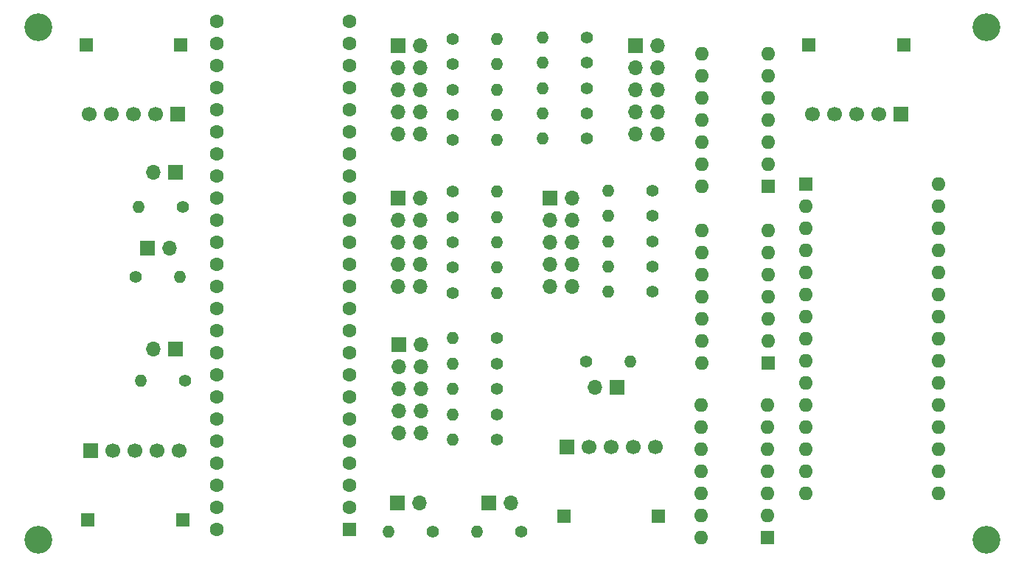
<source format=gts>
%TF.GenerationSoftware,KiCad,Pcbnew,(6.0.7)*%
%TF.CreationDate,2023-02-14T14:51:16+01:00*%
%TF.ProjectId,pulseGenerator,70756c73-6547-4656-9e65-7261746f722e,rev?*%
%TF.SameCoordinates,Original*%
%TF.FileFunction,Soldermask,Top*%
%TF.FilePolarity,Negative*%
%FSLAX46Y46*%
G04 Gerber Fmt 4.6, Leading zero omitted, Abs format (unit mm)*
G04 Created by KiCad (PCBNEW (6.0.7)) date 2023-02-14 14:51:17*
%MOMM*%
%LPD*%
G01*
G04 APERTURE LIST*
%ADD10C,1.400000*%
%ADD11O,1.400000X1.400000*%
%ADD12R,1.700000X1.700000*%
%ADD13O,1.700000X1.700000*%
%ADD14C,1.700000*%
%ADD15R,1.524000X1.524000*%
%ADD16R,1.600000X1.600000*%
%ADD17C,1.600000*%
%ADD18C,3.200000*%
%ADD19O,1.600000X1.600000*%
G04 APERTURE END LIST*
D10*
X-575540000Y-80000000D03*
D11*
X-570460000Y-80000000D03*
D12*
X-574240500Y-76763300D03*
D13*
X-571700500Y-76763300D03*
D12*
X-520250000Y-92750000D03*
D13*
X-522790000Y-92750000D03*
D10*
X-534056900Y-95842400D03*
D11*
X-539136900Y-95842400D03*
D12*
X-570748000Y-61310000D03*
D14*
X-573288000Y-61310000D03*
X-575828000Y-61310000D03*
X-578368000Y-61310000D03*
X-580908000Y-61310000D03*
D15*
X-570378000Y-53340000D03*
X-581278000Y-53340000D03*
D10*
X-523710000Y-64150000D03*
D11*
X-528790000Y-64150000D03*
D16*
X-551000000Y-109088800D03*
D17*
X-551000000Y-106548800D03*
X-551000000Y-104008800D03*
X-551000000Y-101468800D03*
X-551000000Y-98928800D03*
X-551000000Y-96388800D03*
X-551000000Y-93848800D03*
X-551000000Y-91308800D03*
X-551000000Y-88768800D03*
X-551000000Y-86228800D03*
X-551000000Y-83688800D03*
X-551000000Y-81148800D03*
X-551000000Y-78608800D03*
X-551000000Y-76068800D03*
X-551000000Y-73528800D03*
X-551000000Y-70988800D03*
X-551000000Y-68448800D03*
X-551000000Y-65908800D03*
X-551000000Y-63368800D03*
X-551000000Y-60828800D03*
X-551000000Y-58288800D03*
X-551000000Y-55748800D03*
X-551000000Y-53208800D03*
X-551000000Y-50668800D03*
X-566240000Y-50668800D03*
X-566240000Y-53208800D03*
X-566240000Y-55748800D03*
X-566240000Y-58288800D03*
X-566240000Y-60828800D03*
X-566240000Y-63368800D03*
X-566240000Y-65908800D03*
X-566240000Y-68448800D03*
X-566240000Y-70988800D03*
X-566240000Y-73528800D03*
X-566240000Y-76068800D03*
X-566240000Y-78608800D03*
X-566240000Y-81148800D03*
X-566240000Y-83688800D03*
X-566240000Y-86228800D03*
X-566240000Y-88768800D03*
X-566240000Y-91308800D03*
X-566240000Y-93848800D03*
X-566240000Y-96388800D03*
X-566240000Y-98928800D03*
X-566240000Y-101468800D03*
X-566240000Y-104008800D03*
X-566240000Y-106548800D03*
X-566240000Y-109088800D03*
D10*
X-539124200Y-58495600D03*
D11*
X-534044200Y-58495600D03*
D18*
X-586740000Y-51308000D03*
D16*
X-502948000Y-69606000D03*
D19*
X-502948000Y-67066000D03*
X-502948000Y-64526000D03*
X-502948000Y-61986000D03*
X-502948000Y-59446000D03*
X-502948000Y-56906000D03*
X-502948000Y-54366000D03*
X-510568000Y-54366000D03*
X-510568000Y-56906000D03*
X-510568000Y-59446000D03*
X-510568000Y-61986000D03*
X-510568000Y-64526000D03*
X-510568000Y-67066000D03*
X-510568000Y-69606000D03*
D18*
X-477896000Y-51313000D03*
D10*
X-534056900Y-98754900D03*
D11*
X-539136900Y-98754900D03*
D10*
X-534056900Y-90017400D03*
D11*
X-539136900Y-90017400D03*
D12*
X-518124200Y-53420600D03*
D13*
X-515584200Y-53420600D03*
X-518124200Y-55960600D03*
X-515584200Y-55960600D03*
X-518124200Y-58500600D03*
X-515584200Y-58500600D03*
X-518124200Y-61040600D03*
X-515584200Y-61040600D03*
X-518124200Y-63580600D03*
X-515584200Y-63580600D03*
D10*
X-539136900Y-81881300D03*
D11*
X-534056900Y-81881300D03*
D18*
X-477896000Y-110241000D03*
D10*
X-534056900Y-87104900D03*
D11*
X-539136900Y-87104900D03*
D10*
X-516224000Y-81763100D03*
D11*
X-521304000Y-81763100D03*
D12*
X-545399200Y-53420600D03*
D13*
X-542859200Y-53420600D03*
X-545399200Y-55960600D03*
X-542859200Y-55960600D03*
X-545399200Y-58500600D03*
X-542859200Y-58500600D03*
X-545399200Y-61040600D03*
X-542859200Y-61040600D03*
X-545399200Y-63580600D03*
X-542859200Y-63580600D03*
D10*
X-570104800Y-72000000D03*
D11*
X-575184800Y-72000000D03*
D12*
X-570986800Y-88329100D03*
D13*
X-573526800Y-88329100D03*
D12*
X-545411900Y-70981300D03*
D13*
X-542871900Y-70981300D03*
X-545411900Y-73521300D03*
X-542871900Y-73521300D03*
X-545411900Y-76061300D03*
X-542871900Y-76061300D03*
X-545411900Y-78601300D03*
X-542871900Y-78601300D03*
X-545411900Y-81141300D03*
X-542871900Y-81141300D03*
D10*
X-539136900Y-73143800D03*
D11*
X-534056900Y-73143800D03*
D10*
X-516224000Y-73025600D03*
D11*
X-521304000Y-73025600D03*
D12*
X-580709900Y-100033400D03*
D14*
X-578169900Y-100033400D03*
X-575629900Y-100033400D03*
X-573089900Y-100033400D03*
X-570549900Y-100033400D03*
D15*
X-581079900Y-108003400D03*
X-570179900Y-108003400D03*
D10*
X-516224000Y-78850600D03*
D11*
X-521304000Y-78850600D03*
D10*
X-539136900Y-76056300D03*
D11*
X-534056900Y-76056300D03*
D10*
X-539124200Y-61408100D03*
D11*
X-534044200Y-61408100D03*
D10*
X-516224000Y-70113100D03*
D11*
X-521304000Y-70113100D03*
D10*
X-534056900Y-92929900D03*
D11*
X-539136900Y-92929900D03*
D10*
X-523710000Y-58325000D03*
D11*
X-528790000Y-58325000D03*
D12*
X-545343800Y-87854900D03*
D13*
X-542803800Y-87854900D03*
X-545343800Y-90394900D03*
X-542803800Y-90394900D03*
X-545343800Y-92934900D03*
X-542803800Y-92934900D03*
X-545343800Y-95474900D03*
X-542803800Y-95474900D03*
X-545343800Y-98014900D03*
X-542803800Y-98014900D03*
D12*
X-570954800Y-68000000D03*
D13*
X-573494800Y-68000000D03*
D16*
X-498610000Y-69347000D03*
D19*
X-498610000Y-71887000D03*
X-498610000Y-74427000D03*
X-498610000Y-76967000D03*
X-498610000Y-79507000D03*
X-498610000Y-82047000D03*
X-498610000Y-84587000D03*
X-498610000Y-87127000D03*
X-498610000Y-89667000D03*
X-498610000Y-92207000D03*
X-498610000Y-94747000D03*
X-498610000Y-97287000D03*
X-498610000Y-99827000D03*
X-498610000Y-102367000D03*
X-498610000Y-104907000D03*
X-483370000Y-104907000D03*
X-483370000Y-102367000D03*
X-483370000Y-99827000D03*
X-483370000Y-97287000D03*
X-483370000Y-94747000D03*
X-483370000Y-92207000D03*
X-483370000Y-89667000D03*
X-483370000Y-87127000D03*
X-483370000Y-84587000D03*
X-483370000Y-82047000D03*
X-483370000Y-79507000D03*
X-483370000Y-76967000D03*
X-483370000Y-74427000D03*
X-483370000Y-71887000D03*
X-483370000Y-69347000D03*
D10*
X-516224000Y-75938100D03*
D11*
X-521304000Y-75938100D03*
D12*
X-526030000Y-99590000D03*
D14*
X-523490000Y-99590000D03*
X-520950000Y-99590000D03*
X-518410000Y-99590000D03*
X-515870000Y-99590000D03*
D15*
X-526400000Y-107560000D03*
X-515500000Y-107560000D03*
D10*
X-539124200Y-52670600D03*
D11*
X-534044200Y-52670600D03*
D16*
X-502948000Y-89926000D03*
D19*
X-502948000Y-87386000D03*
X-502948000Y-84846000D03*
X-502948000Y-82306000D03*
X-502948000Y-79766000D03*
X-502948000Y-77226000D03*
X-502948000Y-74686000D03*
X-510568000Y-74686000D03*
X-510568000Y-77226000D03*
X-510568000Y-79766000D03*
X-510568000Y-82306000D03*
X-510568000Y-84846000D03*
X-510568000Y-87386000D03*
X-510568000Y-89926000D03*
D10*
X-539136900Y-70231300D03*
D11*
X-534056900Y-70231300D03*
D16*
X-502988000Y-110025000D03*
D19*
X-502988000Y-107485000D03*
X-502988000Y-104945000D03*
X-502988000Y-102405000D03*
X-502988000Y-99865000D03*
X-502988000Y-97325000D03*
X-502988000Y-94785000D03*
X-510608000Y-94785000D03*
X-510608000Y-97325000D03*
X-510608000Y-99865000D03*
X-510608000Y-102405000D03*
X-510608000Y-104945000D03*
X-510608000Y-107485000D03*
X-510608000Y-110025000D03*
D10*
X-523710000Y-61237500D03*
D11*
X-528790000Y-61237500D03*
D10*
X-523710000Y-52500000D03*
D11*
X-528790000Y-52500000D03*
D10*
X-539124200Y-64320600D03*
D11*
X-534044200Y-64320600D03*
D12*
X-487708000Y-61310000D03*
D14*
X-490248000Y-61310000D03*
X-492788000Y-61310000D03*
X-495328000Y-61310000D03*
X-497868000Y-61310000D03*
D15*
X-487338000Y-53340000D03*
X-498238000Y-53340000D03*
D18*
X-586740000Y-110236000D03*
D13*
X-532460000Y-106000000D03*
D12*
X-535000000Y-106000000D03*
D10*
X-541460000Y-109355000D03*
D11*
X-546540000Y-109355000D03*
D10*
X-539136900Y-78968800D03*
D11*
X-534056900Y-78968800D03*
D13*
X-543000000Y-106000000D03*
D12*
X-545540000Y-106000000D03*
D10*
X-523790000Y-89750000D03*
D11*
X-518710000Y-89750000D03*
D10*
X-523710000Y-55412500D03*
D11*
X-528790000Y-55412500D03*
D10*
X-539124200Y-55583100D03*
D11*
X-534044200Y-55583100D03*
D10*
X-531268000Y-109355000D03*
D11*
X-536348000Y-109355000D03*
D12*
X-528013500Y-70981300D03*
D13*
X-525473500Y-70981300D03*
X-528013500Y-73521300D03*
X-525473500Y-73521300D03*
X-528013500Y-76061300D03*
X-525473500Y-76061300D03*
X-528013500Y-78601300D03*
X-525473500Y-78601300D03*
X-528013500Y-81141300D03*
X-525473500Y-81141300D03*
D10*
X-569928000Y-92000000D03*
D11*
X-575008000Y-92000000D03*
M02*

</source>
